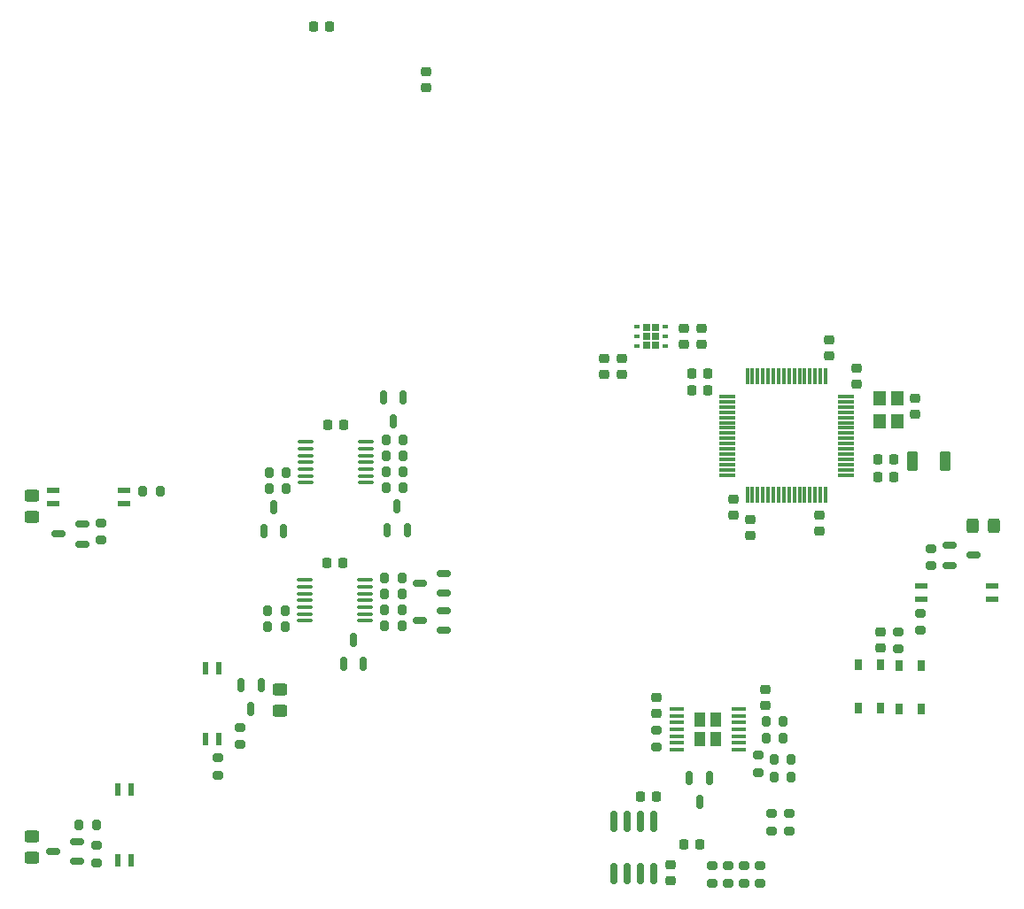
<source format=gbp>
G04 #@! TF.GenerationSoftware,KiCad,Pcbnew,7.0.2*
G04 #@! TF.CreationDate,2023-11-12T14:42:30-07:00*
G04 #@! TF.ProjectId,Relay_Board_Lucy_V1,52656c61-795f-4426-9f61-72645f4c7563,V1.0*
G04 #@! TF.SameCoordinates,Original*
G04 #@! TF.FileFunction,Paste,Bot*
G04 #@! TF.FilePolarity,Positive*
%FSLAX46Y46*%
G04 Gerber Fmt 4.6, Leading zero omitted, Abs format (unit mm)*
G04 Created by KiCad (PCBNEW 7.0.2) date 2023-11-12 14:42:30*
%MOMM*%
%LPD*%
G01*
G04 APERTURE LIST*
G04 Aperture macros list*
%AMRoundRect*
0 Rectangle with rounded corners*
0 $1 Rounding radius*
0 $2 $3 $4 $5 $6 $7 $8 $9 X,Y pos of 4 corners*
0 Add a 4 corners polygon primitive as box body*
4,1,4,$2,$3,$4,$5,$6,$7,$8,$9,$2,$3,0*
0 Add four circle primitives for the rounded corners*
1,1,$1+$1,$2,$3*
1,1,$1+$1,$4,$5*
1,1,$1+$1,$6,$7*
1,1,$1+$1,$8,$9*
0 Add four rect primitives between the rounded corners*
20,1,$1+$1,$2,$3,$4,$5,0*
20,1,$1+$1,$4,$5,$6,$7,0*
20,1,$1+$1,$6,$7,$8,$9,0*
20,1,$1+$1,$8,$9,$2,$3,0*%
G04 Aperture macros list end*
%ADD10RoundRect,0.150000X-0.512500X-0.150000X0.512500X-0.150000X0.512500X0.150000X-0.512500X0.150000X0*%
%ADD11RoundRect,0.200000X0.275000X-0.200000X0.275000X0.200000X-0.275000X0.200000X-0.275000X-0.200000X0*%
%ADD12RoundRect,0.200000X-0.200000X-0.275000X0.200000X-0.275000X0.200000X0.275000X-0.200000X0.275000X0*%
%ADD13R,0.650000X1.050000*%
%ADD14RoundRect,0.200000X0.200000X0.275000X-0.200000X0.275000X-0.200000X-0.275000X0.200000X-0.275000X0*%
%ADD15RoundRect,0.150000X0.150000X-0.512500X0.150000X0.512500X-0.150000X0.512500X-0.150000X-0.512500X0*%
%ADD16RoundRect,0.150000X-0.150000X0.825000X-0.150000X-0.825000X0.150000X-0.825000X0.150000X0.825000X0*%
%ADD17RoundRect,0.200000X-0.275000X0.200000X-0.275000X-0.200000X0.275000X-0.200000X0.275000X0.200000X0*%
%ADD18RoundRect,0.225000X-0.250000X0.225000X-0.250000X-0.225000X0.250000X-0.225000X0.250000X0.225000X0*%
%ADD19RoundRect,0.225000X0.225000X0.250000X-0.225000X0.250000X-0.225000X-0.250000X0.225000X-0.250000X0*%
%ADD20RoundRect,0.225000X0.250000X-0.225000X0.250000X0.225000X-0.250000X0.225000X-0.250000X-0.225000X0*%
%ADD21RoundRect,0.150000X0.512500X0.150000X-0.512500X0.150000X-0.512500X-0.150000X0.512500X-0.150000X0*%
%ADD22R,1.219200X0.558800*%
%ADD23RoundRect,0.250000X-0.450000X0.325000X-0.450000X-0.325000X0.450000X-0.325000X0.450000X0.325000X0*%
%ADD24RoundRect,0.225000X-0.225000X-0.250000X0.225000X-0.250000X0.225000X0.250000X-0.225000X0.250000X0*%
%ADD25RoundRect,0.100000X0.637500X0.100000X-0.637500X0.100000X-0.637500X-0.100000X0.637500X-0.100000X0*%
%ADD26RoundRect,0.150000X-0.150000X0.512500X-0.150000X-0.512500X0.150000X-0.512500X0.150000X0.512500X0*%
%ADD27RoundRect,0.075000X0.700000X0.075000X-0.700000X0.075000X-0.700000X-0.075000X0.700000X-0.075000X0*%
%ADD28RoundRect,0.075000X0.075000X0.700000X-0.075000X0.700000X-0.075000X-0.700000X0.075000X-0.700000X0*%
%ADD29RoundRect,0.250000X0.325000X0.450000X-0.325000X0.450000X-0.325000X-0.450000X0.325000X-0.450000X0*%
%ADD30R,0.660000X0.730000*%
%ADD31R,0.630000X0.450000*%
%ADD32RoundRect,0.250000X0.275000X0.700000X-0.275000X0.700000X-0.275000X-0.700000X0.275000X-0.700000X0*%
%ADD33R,0.558800X1.219200*%
%ADD34R,1.450000X0.450000*%
%ADD35R,1.100000X1.400000*%
%ADD36R,1.200000X1.400000*%
G04 APERTURE END LIST*
D10*
X186314500Y-108773000D03*
X186314500Y-106873000D03*
X188589500Y-107823000D03*
D11*
X165100000Y-139191000D03*
X165100000Y-137541000D03*
D12*
X109157000Y-101727000D03*
X110807000Y-101727000D03*
D13*
X177555000Y-118321000D03*
X177555000Y-122471000D03*
X179705000Y-118321000D03*
X179705000Y-122471000D03*
D14*
X122745000Y-113157000D03*
X121095000Y-113157000D03*
D12*
X168720000Y-123698000D03*
X170370000Y-123698000D03*
X132271000Y-111506000D03*
X133921000Y-111506000D03*
D15*
X134427000Y-105404500D03*
X132527000Y-105404500D03*
X133477000Y-103129500D03*
D16*
X154178000Y-133288000D03*
X155448000Y-133288000D03*
X156718000Y-133288000D03*
X157988000Y-133288000D03*
X157988000Y-138238000D03*
X156718000Y-138238000D03*
X155448000Y-138238000D03*
X154178000Y-138238000D03*
D14*
X122745000Y-114681000D03*
X121095000Y-114681000D03*
D17*
X183515000Y-113348000D03*
X183515000Y-114998000D03*
D18*
X183007000Y-92824000D03*
X183007000Y-94374000D03*
D19*
X163208000Y-92075000D03*
X161658000Y-92075000D03*
D18*
X165608000Y-102476000D03*
X165608000Y-104026000D03*
D20*
X179705000Y-116726000D03*
X179705000Y-115176000D03*
D21*
X137916500Y-109540000D03*
X137916500Y-111440000D03*
X135641500Y-110490000D03*
D22*
X183553100Y-112014000D03*
X183553100Y-110744000D03*
X190334900Y-110744000D03*
X190334900Y-112014000D03*
D17*
X163576000Y-137541000D03*
X163576000Y-139191000D03*
D23*
X122301000Y-120641000D03*
X122301000Y-122691000D03*
D24*
X156705000Y-130937000D03*
X158255000Y-130937000D03*
D22*
X107403900Y-101600000D03*
X107403900Y-102870000D03*
X100622100Y-102870000D03*
X100622100Y-101600000D03*
D25*
X130497500Y-96983000D03*
X130497500Y-97633000D03*
X130497500Y-98283000D03*
X130497500Y-98933000D03*
X130497500Y-99583000D03*
X130497500Y-100233000D03*
X130497500Y-100883000D03*
X124772500Y-100883000D03*
X124772500Y-100233000D03*
X124772500Y-99583000D03*
X124772500Y-98933000D03*
X124772500Y-98283000D03*
X124772500Y-97633000D03*
X124772500Y-96983000D03*
D18*
X136271000Y-61582000D03*
X136271000Y-63132000D03*
D20*
X168656000Y-122187000D03*
X168656000Y-120637000D03*
D12*
X132398000Y-99822000D03*
X134048000Y-99822000D03*
D11*
X169291000Y-134175000D03*
X169291000Y-132525000D03*
D26*
X118557000Y-120274500D03*
X120457000Y-120274500D03*
X119507000Y-122549500D03*
D20*
X177419000Y-91453000D03*
X177419000Y-89903000D03*
D24*
X160896000Y-135509000D03*
X162446000Y-135509000D03*
D27*
X176363000Y-92643000D03*
X176363000Y-93143000D03*
X176363000Y-93643000D03*
X176363000Y-94143000D03*
X176363000Y-94643000D03*
X176363000Y-95143000D03*
X176363000Y-95643000D03*
X176363000Y-96143000D03*
X176363000Y-96643000D03*
X176363000Y-97143000D03*
X176363000Y-97643000D03*
X176363000Y-98143000D03*
X176363000Y-98643000D03*
X176363000Y-99143000D03*
X176363000Y-99643000D03*
X176363000Y-100143000D03*
D28*
X174438000Y-102068000D03*
X173938000Y-102068000D03*
X173438000Y-102068000D03*
X172938000Y-102068000D03*
X172438000Y-102068000D03*
X171938000Y-102068000D03*
X171438000Y-102068000D03*
X170938000Y-102068000D03*
X170438000Y-102068000D03*
X169938000Y-102068000D03*
X169438000Y-102068000D03*
X168938000Y-102068000D03*
X168438000Y-102068000D03*
X167938000Y-102068000D03*
X167438000Y-102068000D03*
X166938000Y-102068000D03*
D27*
X165013000Y-100143000D03*
X165013000Y-99643000D03*
X165013000Y-99143000D03*
X165013000Y-98643000D03*
X165013000Y-98143000D03*
X165013000Y-97643000D03*
X165013000Y-97143000D03*
X165013000Y-96643000D03*
X165013000Y-96143000D03*
X165013000Y-95643000D03*
X165013000Y-95143000D03*
X165013000Y-94643000D03*
X165013000Y-94143000D03*
X165013000Y-93643000D03*
X165013000Y-93143000D03*
X165013000Y-92643000D03*
D28*
X166938000Y-90718000D03*
X167438000Y-90718000D03*
X167938000Y-90718000D03*
X168438000Y-90718000D03*
X168938000Y-90718000D03*
X169438000Y-90718000D03*
X169938000Y-90718000D03*
X170438000Y-90718000D03*
X170938000Y-90718000D03*
X171438000Y-90718000D03*
X171938000Y-90718000D03*
X172438000Y-90718000D03*
X172938000Y-90718000D03*
X173438000Y-90718000D03*
X173938000Y-90718000D03*
X174438000Y-90718000D03*
D12*
X132398000Y-96774000D03*
X134048000Y-96774000D03*
D14*
X122872000Y-99949000D03*
X121222000Y-99949000D03*
D26*
X132146000Y-92715500D03*
X134046000Y-92715500D03*
X133096000Y-94990500D03*
D18*
X153289000Y-89014000D03*
X153289000Y-90564000D03*
D17*
X181356000Y-115126000D03*
X181356000Y-116776000D03*
D20*
X162560000Y-87630000D03*
X162560000Y-86080000D03*
D14*
X122872000Y-101473000D03*
X121222000Y-101473000D03*
X104711000Y-133604000D03*
X103061000Y-133604000D03*
D29*
X190509000Y-105029000D03*
X188459000Y-105029000D03*
D25*
X130370500Y-110191000D03*
X130370500Y-110841000D03*
X130370500Y-111491000D03*
X130370500Y-112141000D03*
X130370500Y-112791000D03*
X130370500Y-113441000D03*
X130370500Y-114091000D03*
X124645500Y-114091000D03*
X124645500Y-113441000D03*
X124645500Y-112791000D03*
X124645500Y-112141000D03*
X124645500Y-111491000D03*
X124645500Y-110841000D03*
X124645500Y-110191000D03*
D21*
X102864500Y-135194000D03*
X102864500Y-137094000D03*
X100589500Y-136144000D03*
D19*
X163208000Y-90424000D03*
X161658000Y-90424000D03*
D12*
X132398000Y-98298000D03*
X134048000Y-98298000D03*
D15*
X122616000Y-105531500D03*
X120716000Y-105531500D03*
X121666000Y-103256500D03*
D26*
X161422000Y-129159000D03*
X163322000Y-129159000D03*
X162372000Y-131434000D03*
D17*
X158242000Y-124524000D03*
X158242000Y-126174000D03*
D20*
X160909000Y-87643000D03*
X160909000Y-86093000D03*
D23*
X98552000Y-134738000D03*
X98552000Y-136788000D03*
D12*
X132271000Y-114554000D03*
X133921000Y-114554000D03*
D18*
X173863000Y-104000000D03*
X173863000Y-105550000D03*
D12*
X169482000Y-127358127D03*
X171132000Y-127358127D03*
X132271000Y-113030000D03*
X133921000Y-113030000D03*
D11*
X170942000Y-134175000D03*
X170942000Y-132525000D03*
D21*
X137916500Y-113096000D03*
X137916500Y-114996000D03*
X135641500Y-114046000D03*
D30*
X157309000Y-86002000D03*
X157309000Y-86868000D03*
X157309000Y-87734000D03*
X158159000Y-86002000D03*
X158159000Y-86868000D03*
X158159000Y-87734000D03*
D31*
X156394000Y-87818000D03*
X156394000Y-86868000D03*
X156394000Y-85918000D03*
X159074000Y-85918000D03*
X159074000Y-86868000D03*
X159074000Y-87818000D03*
D32*
X185852000Y-98806000D03*
X182702000Y-98806000D03*
D23*
X98552000Y-102099000D03*
X98552000Y-104149000D03*
D12*
X169482000Y-129009127D03*
X171132000Y-129009127D03*
X132398000Y-101346000D03*
X134048000Y-101346000D03*
D24*
X179438000Y-100330000D03*
X180988000Y-100330000D03*
D11*
X118491000Y-125920000D03*
X118491000Y-124270000D03*
D19*
X127013000Y-57277000D03*
X125463000Y-57277000D03*
D11*
X168148000Y-139191000D03*
X168148000Y-137541000D03*
D17*
X116332000Y-127191000D03*
X116332000Y-128841000D03*
D19*
X128283000Y-108585000D03*
X126733000Y-108585000D03*
D12*
X168720000Y-125349000D03*
X170370000Y-125349000D03*
D20*
X159639000Y-138951000D03*
X159639000Y-137401000D03*
D19*
X128410000Y-95377000D03*
X126860000Y-95377000D03*
D17*
X166624000Y-137541000D03*
X166624000Y-139191000D03*
D12*
X132271000Y-109982000D03*
X133921000Y-109982000D03*
D17*
X105156000Y-104712000D03*
X105156000Y-106362000D03*
D33*
X106807000Y-130213100D03*
X108077000Y-130213100D03*
X108077000Y-136994900D03*
X106807000Y-136994900D03*
D20*
X174752000Y-88786000D03*
X174752000Y-87236000D03*
D24*
X179438000Y-98679000D03*
X180988000Y-98679000D03*
D11*
X168021000Y-128587000D03*
X168021000Y-126937000D03*
X184531000Y-108838000D03*
X184531000Y-107188000D03*
D15*
X130236000Y-118231500D03*
X128336000Y-118231500D03*
X129286000Y-115956500D03*
D18*
X154940000Y-89014000D03*
X154940000Y-90564000D03*
X167259000Y-104381000D03*
X167259000Y-105931000D03*
D21*
X103372500Y-104841000D03*
X103372500Y-106741000D03*
X101097500Y-105791000D03*
D18*
X158242000Y-121399000D03*
X158242000Y-122949000D03*
D34*
X166133000Y-122521000D03*
X166133000Y-123171000D03*
X166133000Y-123821000D03*
X166133000Y-124471000D03*
X166133000Y-125121000D03*
X166133000Y-125771000D03*
X166133000Y-126421000D03*
X160233000Y-126421000D03*
X160233000Y-125771000D03*
X160233000Y-125121000D03*
X160233000Y-124471000D03*
X160233000Y-123821000D03*
X160233000Y-123171000D03*
X160233000Y-122521000D03*
D35*
X163933000Y-125371000D03*
X163933000Y-123571000D03*
X162433000Y-125371000D03*
X162433000Y-123571000D03*
D36*
X181317000Y-92829200D03*
X181317000Y-95029200D03*
X179617000Y-95029200D03*
X179617000Y-92829200D03*
D11*
X104775000Y-137223000D03*
X104775000Y-135573000D03*
D13*
X183574000Y-122512000D03*
X183574000Y-118362000D03*
X181424000Y-122512000D03*
X181424000Y-118362000D03*
D33*
X116459000Y-125437900D03*
X115189000Y-125437900D03*
X115189000Y-118656100D03*
X116459000Y-118656100D03*
M02*

</source>
